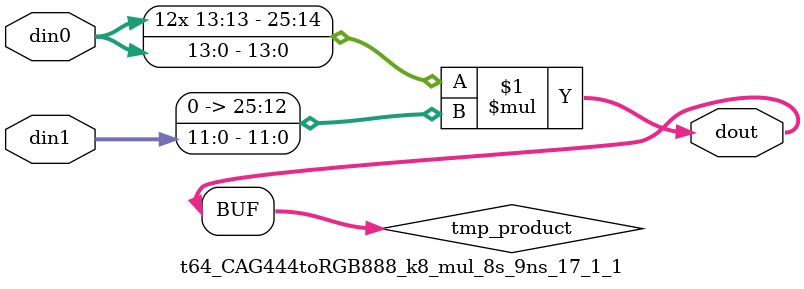
<source format=v>

`timescale 1 ns / 1 ps

  module t64_CAG444toRGB888_k8_mul_8s_9ns_17_1_1(din0, din1, dout);
parameter ID = 1;
parameter NUM_STAGE = 0;
parameter din0_WIDTH = 14;
parameter din1_WIDTH = 12;
parameter dout_WIDTH = 26;

input [din0_WIDTH - 1 : 0] din0; 
input [din1_WIDTH - 1 : 0] din1; 
output [dout_WIDTH - 1 : 0] dout;

wire signed [dout_WIDTH - 1 : 0] tmp_product;












assign tmp_product = $signed(din0) * $signed({1'b0, din1});









assign dout = tmp_product;







endmodule

</source>
